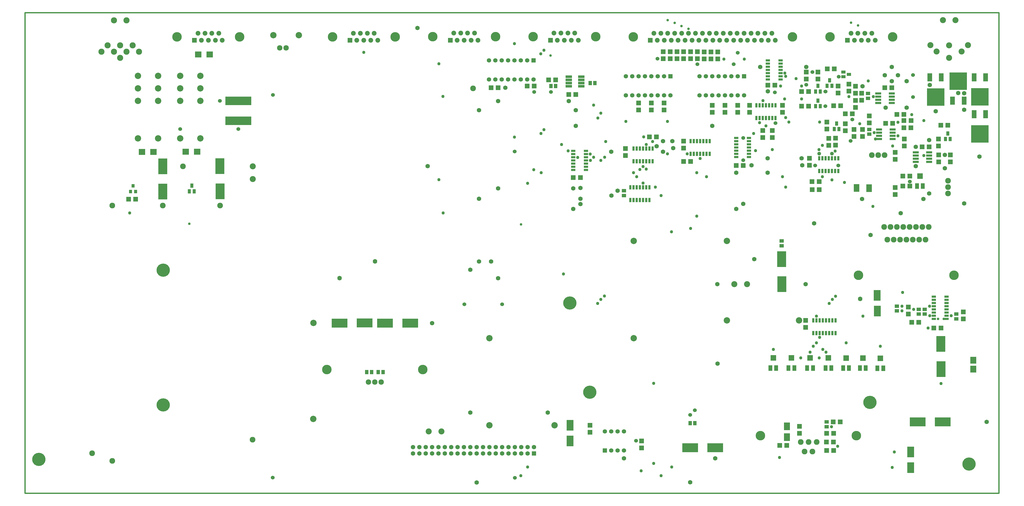
<source format=gbr>
* 
%FSLAX23Y23*%
%MOIN*%
%AD*%
%ADD10C, 0.002*%
%ADD11C, 0.005*%
%ADD12C, 0.008*%
%ADD13C, 0.010*%
%ADD14C, 0.015*%
%ADD15C, 0.020*%
%ADD16C, 0.025*%
%ADD17C, 0.025*%
%ADD18C, 0.029*%
%ADD19C, 0.030*%
%ADD70R, 0.035X0.070*%
%ADD71C, 0.035*%
%ADD20C, 0.039*%
%ADD21C, 0.040*%
%ADD22C, 0.040*%
%ADD23C, 0.045*%
%ADD24R, 0.049X0.065*%
%ADD25R, 0.050X0.058*%
%ADD26C, 0.050*%
%ADD27C, 0.050*%
%ADD28R, 0.052X0.065*%
%ADD29R, 0.052X0.065*%
%ADD72C, 0.055*%
%ADD73C, 0.058*%
%ADD30C, 0.060*%
%ADD31C, 0.060*%
%ADD32R, 0.061X0.089*%
%ADD33R, 0.061X0.089*%
%ADD34R, 0.065X0.052*%
%ADD35C, 0.065*%
%ADD36R, 0.065X0.065*%
%ADD37R, 0.065X0.065*%
%ADD38R, 0.065X0.049*%
%ADD39C, 0.069*%
%ADD40R, 0.070X0.070*%
%ADD41R, 0.070X0.035*%
%ADD42C, 0.070*%
%ADD43R, 0.072X0.072*%
%ADD44R, 0.072X0.072*%
%ADD45R, 0.072X0.072*%
%ADD46R, 0.073X0.128*%
%ADD47R, 0.073X0.128*%
%ADD48R, 0.073X0.128*%
%ADD49R, 0.075X0.075*%
%ADD50C, 0.075*%
%ADD52C, 0.085*%
%ADD53R, 0.088X0.120*%
%ADD54R, 0.088X0.120*%
%ADD55R, 0.089X0.089*%
%ADD56C, 0.090*%
%ADD57R, 0.095X0.110*%
%ADD58C, 0.095*%
%ADD59R, 0.095X0.120*%
%ADD60R, 0.096X0.037*%
%ADD61C, 0.096*%
%ADD62R, 0.100X0.095*%
%ADD63R, 0.100X0.095*%
%ADD64C, 0.100*%
%ADD65R, 0.100X0.095*%
%ADD66R, 0.104X0.041*%
%ADD67R, 0.105X0.170*%
%ADD68R, 0.140X0.245*%
%ADD69C, 0.150*%
%ADD74C, 0.208*%
%ADD75R, 0.245X0.140*%
%ADD76R, 0.245X0.140*%
%ADD77R, 0.274X0.274*%
%ADD78R, 0.274X0.274*%
%ADD79R, 0.274X0.274*%
%ADD80R, 0.405X0.135*%
%ADD81R, 0.405X0.135*%
G54D70*G1X12981Y09577D3*G1X13031Y09577D3*G1X13081Y09577D3*G1X13131Y09577D3*G1X13181Y09577D3*G1X13231Y09577D3*G1X13281Y09577D3*G1X13281Y09777D3*G1X13231Y09777D3*G1X13181Y09777D3*G1X13131Y09777D3*G1X13081Y09777D3*G1X13031Y09777D3*G1X12981Y09777D3*G1X14908Y06757D3*G1X14958Y06757D3*G1X15008Y06757D3*G1X15058Y06757D3*G1X15108Y06757D3*G1X15158Y06757D3*G1X15208Y06757D3*G1X15258Y06757D3*G1X15258Y06957D3*G1X15208Y06957D3*G1X15158Y06957D3*G1X15108Y06957D3*G1X15058Y06957D3*G1X15008Y06957D3*G1X14958Y06957D3*G1X14908Y06957D3*G1X14016Y10139D3*G1X14066Y10139D3*G1X14116Y10139D3*G1X14166Y10139D3*G1X14216Y10139D3*G1X14266Y10139D3*G1X14316Y10139D3*G1X14316Y10339D3*G1X14266Y10339D3*G1X14216Y10339D3*G1X14166Y10339D3*G1X14116Y10339D3*G1X14066Y10339D3*G1X14016Y10339D3*G1X12085Y09460D3*G1X12135Y09460D3*G1X12185Y09460D3*G1X12235Y09460D3*G1X12285Y09460D3*G1X12335Y09460D3*G1X12385Y09460D3*G1X12385Y09660D3*G1X12335Y09660D3*G1X12285Y09660D3*G1X12235Y09660D3*G1X12185Y09660D3*G1X12135Y09660D3*G1X12085Y09660D3*G1X15001Y09306D3*G1X15051Y09306D3*G1X15101Y09306D3*G1X15151Y09306D3*G1X15201Y09306D3*G1X15251Y09306D3*G1X15301Y09306D3*G1X15301Y09506D3*G1X15251Y09506D3*G1X15201Y09506D3*G1X15151Y09506D3*G1X15101Y09506D3*G1X15051Y09506D3*G1X15001Y09506D3*G1X12335Y09051D3*G1X12285Y09051D3*G1X12235Y09051D3*G1X12185Y09051D3*G1X12135Y09051D3*G1X12085Y09051D3*G1X12035Y09051D3*G1X12035Y08851D3*G1X12085Y08851D3*G1X12135Y08851D3*G1X12185Y08851D3*G1X12235Y08851D3*G1X12285Y08851D3*G1X12335Y08851D3*G54D21*G1X10781Y11124D3*G1X12950Y11542D3*G1X15503Y11640D3*G1X15612Y11596D3*G1X12622Y11681D3*G1X12732Y11636D3*G1X12840Y11588D3*G1X16870Y06981D3*G1X16957Y06981D3*G1X16870Y06981D3*G1X16957Y06981D3*G1X05109Y08478D3*G1X10320Y08468D3*G54D24*G1X05110Y08988D3*G1X05185Y08988D3*G1X05147Y09075D3*G1X15237Y09966D3*G1X15312Y09966D3*G1X15275Y10052D3*G1X14946Y10558D3*G1X15020Y10558D3*G1X14983Y10645D3*G1X14945Y10327D3*G1X15020Y10327D3*G1X14982Y10414D3*G1X15126Y10645D3*G1X15201Y10645D3*G1X15164Y10732D3*G1X16985Y09810D3*G1X17060Y09810D3*G1X17022Y09897D3*G54D25*G1X04224Y09073D3*G1X04184Y08983D3*G1X04264Y08983D3*G54D26*G1X15846Y08751D3*G1X16646Y09550D3*G1X16646Y10100D3*G1X13504Y11068D3*G1X13824Y11068D3*G1X10214Y11309D3*G1X15469Y10476D3*G1X15852Y10476D3*G1X14394Y10643D3*G1X14724Y10643D3*G1X14476Y10797D3*G1X15772Y10724D3*G1X14526Y10076D3*G1X15007Y10076D3*G1X14166Y10016D3*G1X14118Y10413D3*G1X14066Y10066D3*G1X14166Y10016D3*G1X14458Y10440D3*G1X14724Y10440D3*G1X14424Y09218D3*G1X15051Y09218D3*G1X14266Y09644D3*G1X14999Y09644D3*G1X14637Y10759D3*G1X14476Y10797D3*G1X14001Y09627D3*G1X15053Y09711D3*G1X13972Y09896D3*G1X10631Y09895D3*G1X10629Y11149D3*G1X15201Y09166D3*G1X09029Y09170D3*G1X09028Y10994D3*G1X07850Y11172D3*G1X15251Y09620D3*G1X10678Y09957D3*G1X10677Y11208D3*G1X12246Y09842D3*G1X10216Y09841D3*G1X12385Y09771D3*G1X11650Y09771D3*G1X12285Y09724D3*G1X10954Y09724D3*G1X12285Y09338D3*G1X16156Y09699D3*G1X12981Y08403D3*G1X12929Y09577D3*G1X12618Y09577D3*G1X12618Y10088D3*G1X11964Y10088D3*G1X13079Y08597D3*G1X13080Y09281D3*G1X12085Y09281D3*G1X12135Y09216D3*G1X13231Y09216D3*G1X11404Y09573D3*G1X11209Y09520D3*G1X11410Y09473D3*G1X11572Y09473D3*G1X11571Y10216D3*G1X11458Y10342D3*G1X14377Y04801D3*G1X15194Y05284D3*G1X16183Y04885D3*G1X15292Y04978D3*G1X16149Y04642D3*G1X16302Y07181D3*G1X16735Y07181D3*G1X16301Y07106D3*G1X16486Y07131D3*G1X14909Y06549D3*G1X15962Y06549D3*G1X14959Y06603D3*G1X15425Y06603D3*G1X15008Y06690D3*G1X16711Y06835D3*G1X15058Y06501D3*G1X14281Y06501D3*G1X15109Y06455D3*G1X14859Y06455D3*G1X14711Y06365D3*G1X15003Y06365D3*G1X14959Y07022D3*G1X15688Y07023D3*G1X15259Y07338D3*G1X11630Y07339D3*G1X11632Y09522D3*G1X11459Y09522D3*G1X15209Y07285D3*G1X11572Y07286D3*G1X11572Y09473D3*G1X11410Y09473D3*G1X11523Y07223D3*G1X15159Y07223D3*G1X11524Y10141D3*G1X12235Y09115D3*G1X10423Y09114D3*G1X10985Y07685D3*G1X16313Y07397D3*G1X11404Y09573D3*G1X13131Y09503D3*G1X11058Y09623D3*G1X12235Y09375D3*G1X12683Y08351D3*G1X12685Y04651D3*G1X10422Y04651D3*G1X12185Y09329D3*G1X10519Y09327D3*G1X12085Y09281D3*G1X10634Y09280D3*G1X15400Y09126D3*G1X12519Y08921D3*G1X12519Y04512D3*G1X10314Y04512D3*G1X16916Y05962D3*G1X12401Y05968D3*G1X12401Y04708D3*G1X04173Y08645D3*G1X09094Y08645D3*G1X09092Y10481D3*G1X14461Y10847D3*G1X15864Y09911D3*G1X15639Y10051D3*G1X15496Y09780D3*G1X15885Y09811D3*G1X16237Y10072D3*G1X16237Y09861D3*G1X16455Y10194D3*G1X14475Y10145D3*G1X14475Y09052D3*G1X12427Y09053D3*G1X16738Y07031D3*G1X17074Y07031D3*G1X12204Y04590D3*G54D28*G1X07896Y06142D3*G1X07971Y06142D3*G1X11404Y10691D3*G1X11479Y10691D3*G1X12974Y05339D3*G1X13049Y05339D3*G54D29*G1X08151Y06142D3*G1X08076Y06142D3*G1X10862Y10642D3*G1X10787Y10642D3*G54D73*G1X15001Y09580D3*G1X15201Y09580D3*G54D30*G1X13723Y11166D3*G1X13087Y10988D3*G1X13658Y10987D3*G1X12461Y11072D3*G1X15308Y10789D3*G1X14896Y10863D3*G1X15100Y10327D3*G1X15100Y10558D3*G1X14800Y10664D3*G1X15101Y10558D3*G1X14938Y09394D3*G1X15301Y09394D3*G1X13809Y09827D3*G1X13809Y09475D3*G1X12974Y05470D3*G1X13049Y05544D3*G1X16517Y09382D3*G1X16517Y09688D3*G1X16517Y09382D3*G1X16426Y09141D3*G1X10524Y10550D3*G1X10787Y10549D3*G1X14316Y10061D3*G1X14304Y10543D3*G1X06422Y10502D3*G1X06417Y04482D3*G1X10222Y04479D3*G1X05877Y09967D3*G1X10219Y09612D3*G1X09429Y07211D3*G1X10021Y07211D3*G1X16517Y09688D3*G1X16475Y10470D3*G1X16475Y10815D3*G1X16033Y10815D3*G1X15522Y10116D3*G1X15496Y09780D3*G1X05587Y10410D3*G1X05877Y09967D3*G1X04964Y09966D3*G1X12125Y05063D3*G54D32*G1X14326Y06208D3*G1X15470Y06207D3*G1X14904Y06208D3*G1X16007Y06203D3*G1X14611Y06208D3*G1X15733Y06207D3*G1X15192Y06208D3*G1X16629Y09069D3*G54D33*G1X14235Y06208D3*G1X15379Y06207D3*G1X14813Y06208D3*G1X15916Y06203D3*G1X14520Y06208D3*G1X15642Y06207D3*G1X15101Y06208D3*G1X16538Y09069D3*G54D34*G1X16660Y07056D3*G1X16660Y07131D3*G1X16565Y07056D3*G1X16565Y07131D3*G1X17155Y07055D3*G1X17155Y06981D3*G1X16221Y07181D3*G1X16221Y07106D3*G1X15788Y09886D3*G1X15788Y09960D3*G1X15770Y10526D3*G1X15770Y10451D3*G1X11935Y08921D3*G1X11935Y08996D3*G1X14413Y08205D3*G1X14413Y08130D3*G1X15117Y05359D3*G1X15117Y05284D3*G54D35*G1X12564Y10796D3*G1X12464Y10796D3*G1X12364Y10796D3*G1X12264Y10796D3*G1X12164Y10796D3*G1X12064Y10796D3*G1X11964Y10796D3*G1X11964Y10496D3*G1X12064Y10496D3*G1X12164Y10496D3*G1X12264Y10496D3*G1X12364Y10496D3*G1X12464Y10496D3*G1X12564Y10496D3*G1X12664Y10496D3*G1X11734Y04909D3*G1X11834Y04909D3*G1X11934Y04909D3*G1X11934Y05209D3*G1X11834Y05209D3*G1X11734Y05209D3*G1X11634Y05209D3*G1X10414Y11045D3*G1X10314Y11045D3*G1X10214Y11045D3*G1X10114Y11045D3*G1X10014Y11045D3*G1X09914Y11045D3*G1X09814Y11045D3*G1X09814Y10745D3*G1X09914Y10745D3*G1X10014Y10745D3*G1X10114Y10745D3*G1X10214Y10745D3*G1X10314Y10745D3*G1X10414Y10745D3*G1X10514Y10745D3*G1X13723Y10797D3*G1X13623Y10797D3*G1X13523Y10797D3*G1X13423Y10797D3*G1X13323Y10797D3*G1X13223Y10797D3*G1X13123Y10797D3*G1X13123Y10497D3*G1X13223Y10497D3*G1X13323Y10497D3*G1X13423Y10497D3*G1X13523Y10497D3*G1X13623Y10497D3*G1X13723Y10497D3*G1X13823Y10497D3*G54D36*G1X12664Y10796D3*G1X10514Y11045D3*G1X13823Y10797D3*G54D37*G1X11634Y04909D3*G54D38*G1X15382Y10864D3*G1X15382Y10789D3*G1X15469Y10826D3*G54D39*G1X12564Y10796D3*G1X12464Y10796D3*G1X12364Y10796D3*G1X12264Y10796D3*G1X12164Y10796D3*G1X12064Y10796D3*G1X11964Y10796D3*G1X11964Y10496D3*G1X12064Y10496D3*G1X12164Y10496D3*G1X12264Y10496D3*G1X12364Y10496D3*G1X12464Y10496D3*G1X12564Y10496D3*G1X12664Y10496D3*G1X11734Y04909D3*G1X11834Y04909D3*G1X11934Y04909D3*G1X11934Y05209D3*G1X11834Y05209D3*G1X11734Y05209D3*G1X11634Y05209D3*G1X10414Y11045D3*G1X10314Y11045D3*G1X10214Y11045D3*G1X10114Y11045D3*G1X10014Y11045D3*G1X09914Y11045D3*G1X09814Y11045D3*G1X09814Y10745D3*G1X09914Y10745D3*G1X10014Y10745D3*G1X10114Y10745D3*G1X10214Y10745D3*G1X10314Y10745D3*G1X10414Y10745D3*G1X10514Y10745D3*G1X13723Y10797D3*G1X13623Y10797D3*G1X13523Y10797D3*G1X13423Y10797D3*G1X13323Y10797D3*G1X13223Y10797D3*G1X13123Y10797D3*G1X13123Y10497D3*G1X13223Y10497D3*G1X13323Y10497D3*G1X13423Y10497D3*G1X13523Y10497D3*G1X13623Y10497D3*G1X13723Y10497D3*G1X13823Y10497D3*G54D40*G1X10522Y04864D3*G54D41*G1X11340Y09323D3*G1X11340Y09373D3*G1X11340Y09423D3*G1X11340Y09473D3*G1X11340Y09523D3*G1X11340Y09573D3*G1X11340Y09623D3*G1X11140Y09623D3*G1X11140Y09573D3*G1X11140Y09523D3*G1X11140Y09473D3*G1X11140Y09423D3*G1X11140Y09373D3*G1X11140Y09323D3*G1X17003Y06981D3*G1X17003Y07031D3*G1X17003Y07081D3*G1X17003Y07131D3*G1X17003Y07181D3*G1X17003Y07231D3*G1X17003Y07281D3*G1X17003Y07331D3*G1X16803Y07331D3*G1X16803Y07281D3*G1X16803Y07231D3*G1X16803Y07181D3*G1X16803Y07131D3*G1X16803Y07081D3*G1X16803Y07031D3*G1X16803Y06981D3*G1X13900Y09527D3*G1X13900Y09577D3*G1X13900Y09627D3*G1X13900Y09677D3*G1X13900Y09727D3*G1X13900Y09777D3*G1X13900Y09827D3*G1X13700Y09827D3*G1X13700Y09777D3*G1X13700Y09727D3*G1X13700Y09677D3*G1X13700Y09627D3*G1X13700Y09577D3*G1X13700Y09527D3*G1X14394Y10747D3*G1X14394Y10797D3*G1X14394Y10847D3*G1X14394Y10897D3*G1X14394Y10947D3*G1X14394Y10997D3*G1X14394Y11047D3*G1X14194Y11047D3*G1X14194Y10997D3*G1X14194Y10947D3*G1X14194Y10897D3*G1X14194Y10847D3*G1X14194Y10797D3*G1X14194Y10747D3*G54D42*G1X10422Y04864D3*G1X10322Y04864D3*G1X10222Y04864D3*G1X10122Y04864D3*G1X10022Y04864D3*G1X09922Y04864D3*G1X09822Y04864D3*G1X09722Y04864D3*G1X09622Y04864D3*G1X09522Y04864D3*G1X09422Y04864D3*G1X09322Y04864D3*G1X09222Y04864D3*G1X09122Y04864D3*G1X09022Y04864D3*G1X08922Y04864D3*G1X08822Y04864D3*G1X08722Y04864D3*G1X08622Y04864D3*G1X08622Y04964D3*G1X08722Y04964D3*G1X08822Y04964D3*G1X08922Y04964D3*G1X09022Y04964D3*G1X09122Y04964D3*G1X09222Y04964D3*G1X09322Y04964D3*G1X09422Y04964D3*G1X09522Y04964D3*G1X09622Y04964D3*G1X09722Y04964D3*G1X09822Y04964D3*G1X09922Y04964D3*G1X10022Y04964D3*G1X10122Y04964D3*G1X10222Y04964D3*G1X10322Y04964D3*G1X10422Y04964D3*G1X10522Y04964D3*G1X17186Y10532D3*G1X16740Y10660D3*G1X17277Y10529D3*G1X16831Y10246D3*G1X15681Y10640D3*G1X16143Y10721D3*G1X16283Y08644D3*G1X14922Y08483D3*G1X16730Y09793D3*G1X16729Y08953D3*G1X11934Y04785D3*G1X13368Y04786D3*G1X09522Y05505D3*G1X07468Y07624D3*G1X09959Y07621D3*G1X09959Y10408D3*G1X11068Y10407D3*G1X08024Y07885D3*G1X09659Y07883D3*G1X09658Y10262D3*G1X11179Y10263D3*G1X11068Y10407D3*G1X11179Y10018D3*G1X13323Y10018D3*G1X14194Y10559D3*G1X07468Y07623D3*G1X09959Y07621D3*G1X09959Y09033D3*G1X11140Y09034D3*G1X08024Y07884D3*G1X09659Y07883D3*G1X09659Y08869D3*G1X11251Y08869D3*G1X11140Y09032D3*G1X11737Y08921D3*G1X11251Y09041D3*G1X11835Y08998D3*G1X12448Y09698D3*G1X12708Y09666D3*G1X12696Y09778D3*G1X12548Y09777D3*G1X12548Y09609D3*G1X11735Y09610D3*G1X11140Y08709D3*G1X13700Y08710D3*G1X11251Y08787D3*G1X13809Y08789D3*G1X13699Y09280D3*G1X14192Y09280D3*G1X14192Y09505D3*G1X14725Y09505D3*G1X13937Y09395D3*G1X14736Y09395D3*G1X14076Y10944D3*G1X16143Y10944D3*G1X14076Y10944D3*G1X14800Y10944D3*G1X16517Y09687D3*G1X16517Y09382D3*G1X16975Y09350D3*G1X16975Y09560D3*G1X17277Y10271D3*G1X17278Y08798D3*G1X16640Y08866D3*G1X15674Y08868D3*G1X17633Y05360D3*G1X12974Y04410D3*G1X09622Y04407D3*G1X10072Y10616D3*G1X09959Y07621D3*G1X07468Y07621D3*G1X09849Y07884D3*G1X08024Y07884D3*G1X08923Y06913D3*G1X16046Y10303D3*G1X16374Y10303D3*G1X16374Y10721D3*G1X16143Y10721D3*G1X16240Y10814D3*G1X16033Y10814D3*G1X16730Y09793D3*G1X16143Y10721D3*G1X15644Y07294D3*G1X15809Y08299D3*G1X13403Y07525D3*G1X13404Y06275D3*G1X13981Y07920D3*G1X09523Y07754D3*G1X09521Y05505D3*G1X08852Y09382D3*G1X09521Y05505D3*G1X10740Y05505D3*G1X14788Y07525D3*G1X15645Y07295D3*G1X08692Y11558D3*G1X17520Y09532D3*G54D43*G1X12164Y10377D3*G1X12164Y10267D3*G1X12365Y10377D3*G1X12365Y10266D3*G1X12564Y10377D3*G1X12564Y10267D3*G1X12873Y11183D3*G1X12873Y11073D3*G1X12767Y11183D3*G1X12767Y11073D3*G1X12663Y11183D3*G1X12663Y11073D3*G1X16803Y06835D3*G1X16914Y06835D3*G1X16455Y06928D3*G1X16566Y06928D3*G1X17265Y06981D3*G1X17265Y07091D3*G1X15114Y05043D3*G1X15224Y05043D3*G1X15118Y04910D3*G1X15228Y04910D3*G1X14693Y05290D3*G1X14693Y05180D3*G1X14382Y04991D3*G1X14492Y04991D3*G1X15412Y10051D3*G1X15412Y09941D3*G1X15412Y10207D3*G1X15522Y10207D3*G1X15788Y10063D3*G1X15788Y10173D3*G1X15550Y09961D3*G1X15550Y09851D3*G1X15682Y09851D3*G1X15682Y09961D3*G1X15122Y09966D3*G1X15122Y10076D3*G1X16403Y07166D3*G1X16403Y07056D3*G1X12982Y11184D3*G1X12982Y11073D3*G1X10751Y10740D3*G1X10862Y10740D3*G1X12552Y11072D3*G1X12552Y11182D3*G1X13087Y11073D3*G1X13087Y11183D3*G1X10414Y10642D3*G1X10524Y10642D3*G1X14116Y09834D3*G1X14116Y09944D3*G1X14266Y09833D3*G1X14266Y09943D3*G1X14425Y10229D3*G1X14425Y10339D3*G1X13323Y10339D3*G1X13323Y10229D3*G1X13523Y10339D3*G1X13523Y10229D3*G1X13722Y10339D3*G1X13722Y10229D3*G1X13407Y11069D3*G1X13407Y11179D3*G1X13302Y11070D3*G1X13302Y11180D3*G1X13195Y11071D3*G1X13195Y11181D3*G1X15299Y10534D3*G1X15299Y10644D3*G1X14983Y10753D3*G1X14983Y10863D3*G1X15469Y10674D3*G1X15469Y10564D3*G1X15573Y10415D3*G1X15573Y10305D3*G1X15573Y10640D3*G1X15573Y10530D3*G1X15667Y10419D3*G1X15667Y10529D3*G1X13907Y10339D3*G1X13907Y10229D3*G1X15151Y09821D3*G1X15151Y09711D3*G1X15258Y09712D3*G1X15258Y09822D3*G1X16316Y09071D3*G1X16426Y09071D3*G1X16877Y09450D3*G1X16877Y09560D3*G1X17061Y09449D3*G1X17061Y09560D3*G1X16196Y08938D3*G1X16196Y09048D3*G1X16196Y09491D3*G1X16196Y09601D3*G1X16876Y09810D3*G1X16876Y09699D3*G1X16340Y09809D3*G1X16340Y09699D3*G1X11958Y09661D3*G1X11958Y09551D3*G1X12871Y09778D3*G1X12871Y09668D3*G1X14790Y06958D3*G1X14790Y06847D3*G1X11140Y09204D3*G1X11251Y09204D3*G1X11401Y05307D3*G1X11401Y05197D3*G1X16046Y10055D3*G1X16156Y10055D3*G1X11068Y10510D3*G1X11179Y10510D3*G1X14194Y10655D3*G1X14304Y10655D3*G1X14800Y10863D3*G1X14800Y10753D3*G1X14847Y09506D3*G1X14847Y09395D3*G1X13699Y09394D3*G1X13809Y09394D3*G1X12211Y05060D3*G1X12211Y04949D3*G54D44*G1X15228Y05180D3*G1X15118Y05180D3*G1X15333Y05360D3*G1X15223Y05360D3*G1X04264Y08864D3*G1X04154Y08864D3*G1X12981Y09455D3*G1X12871Y09455D3*G1X12446Y09842D3*G1X12335Y09842D3*G1X15238Y10913D3*G1X15128Y10913D3*G1X14835Y10558D3*G1X14724Y10558D3*G1X15339Y10334D3*G1X15228Y10334D3*G1X14835Y10327D3*G1X14724Y10327D3*G1X15001Y09014D3*G1X14891Y09014D3*G1X15001Y09140D3*G1X14890Y09140D3*G1X16425Y09226D3*G1X16315Y09226D3*G1X17022Y10027D3*G1X16911Y10027D3*G1X16443Y09986D3*G1X16333Y09986D3*G1X16444Y10100D3*G1X16333Y10100D3*G1X16333Y10198D3*G1X16223Y10198D3*G1X16730Y09688D3*G1X16620Y09688D3*G1X09959Y10616D3*G1X09849Y10616D3*G1X16143Y10618D3*G1X16033Y10618D3*G54D46*G1X17614Y10200D3*G1X17434Y10199D3*G1X16920Y10780D3*G1X16740Y10780D3*G1X17616Y10781D3*G1X17435Y10781D3*G54D48*G1X17096Y10412D3*G1X17277Y10412D3*G54D49*G1X05190Y11362D3*G1X12350Y11362D3*G1X07631Y11362D3*G1X09207Y11363D3*G1X15446Y11362D3*G1X10781Y11363D3*G54D50*G1X05626Y11362D3*G1X05517Y11362D3*G1X05408Y11362D3*G1X05299Y11362D3*G1X05572Y11474D3*G1X05463Y11474D3*G1X05354Y11474D3*G1X05245Y11474D3*G1X14312Y11362D3*G1X14203Y11362D3*G1X14094Y11362D3*G1X13985Y11362D3*G1X13876Y11362D3*G1X13767Y11362D3*G1X13658Y11362D3*G1X13549Y11362D3*G1X13440Y11362D3*G1X13331Y11362D3*G1X13222Y11362D3*G1X13113Y11362D3*G1X13004Y11362D3*G1X12895Y11362D3*G1X12786Y11362D3*G1X12677Y11362D3*G1X12568Y11362D3*G1X12459Y11362D3*G1X14258Y11474D3*G1X14149Y11474D3*G1X14040Y11474D3*G1X13931Y11474D3*G1X13822Y11474D3*G1X13713Y11474D3*G1X13604Y11474D3*G1X13495Y11474D3*G1X13386Y11474D3*G1X13277Y11474D3*G1X13168Y11474D3*G1X13059Y11474D3*G1X12950Y11474D3*G1X12841Y11474D3*G1X12732Y11474D3*G1X12623Y11474D3*G1X12514Y11474D3*G1X12405Y11474D3*G1X08067Y11362D3*G1X07958Y11362D3*G1X07849Y11362D3*G1X07740Y11362D3*G1X08013Y11474D3*G1X07904Y11474D3*G1X07795Y11474D3*G1X07686Y11474D3*G1X09643Y11363D3*G1X09534Y11363D3*G1X09425Y11363D3*G1X09316Y11363D3*G1X09589Y11475D3*G1X09480Y11475D3*G1X09371Y11475D3*G1X09262Y11475D3*G1X15882Y11362D3*G1X15773Y11362D3*G1X15664Y11362D3*G1X15555Y11362D3*G1X15828Y11474D3*G1X15719Y11474D3*G1X15610Y11474D3*G1X15501Y11474D3*G1X11217Y11363D3*G1X11108Y11363D3*G1X10999Y11363D3*G1X10890Y11363D3*G1X11163Y11475D3*G1X11054Y11475D3*G1X10945Y11475D3*G1X10836Y11475D3*G54D52*G1X06529Y11242D3*G1X06629Y11244D3*G1X08123Y05988D3*G1X08023Y05988D3*G1X07923Y05988D3*G54D53*G1X15587Y09039D3*G1X15785Y09038D3*G54D55*G1X14281Y06365D3*G1X15425Y06364D3*G1X14859Y06365D3*G1X15962Y06360D3*G1X14566Y06365D3*G1X15688Y06364D3*G1X15146Y06365D3*G1X16584Y09226D3*G54D56*G1X14961Y05043D3*G1X14836Y05043D3*G1X14711Y05043D3*G1X14771Y04893D3*G1X14896Y04894D3*G1X16721Y08425D3*G1X16671Y08225D3*G1X16621Y08425D3*G1X16571Y08225D3*G1X16521Y08425D3*G1X16471Y08225D3*G1X16421Y08425D3*G1X16371Y08225D3*G1X16321Y08425D3*G1X16271Y08225D3*G1X16221Y08425D3*G1X16171Y08225D3*G1X16121Y08425D3*G1X16071Y08225D3*G1X16021Y08425D3*G1X17026Y08953D3*G1X17026Y09053D3*G1X17026Y09153D3*G1X15827Y09557D3*G1X15927Y09557D3*G1X16027Y09557D3*G1X09565Y10605D3*G1X06103Y05079D3*G1X05009Y09379D3*G1X03582Y04866D3*G1X03897Y04748D3*G1X04692Y08763D3*G1X05591Y08763D3*G1X03897Y08764D3*G54D57*G1X17423Y06190D3*G1X17422Y06330D3*G54D58*G1X16747Y11285D3*G1X16846Y11186D3*G1X17041Y11284D3*G1X17240Y11186D3*G1X17337Y11285D3*G1X17041Y11088D3*G1X17142Y11680D3*G1X16944Y11679D3*G1X09070Y05211D3*G1X08870Y05211D3*G1X13668Y07525D3*G1X13868Y07525D3*G1X06106Y09181D3*G1X06106Y09381D3*G54D59*G1X14496Y05121D3*G1X14496Y05290D3*G54D60*G1X16156Y09811D3*G1X16156Y09861D3*G1X16156Y09911D3*G1X16156Y09961D3*G1X15943Y09961D3*G1X15943Y09911D3*G1X15943Y09861D3*G1X15943Y09811D3*G1X15930Y10526D3*G1X15930Y10476D3*G1X15930Y10426D3*G1X15930Y10376D3*G1X16143Y10376D3*G1X16143Y10426D3*G1X16143Y10476D3*G1X16143Y10526D3*G1X16517Y09600D3*G1X16517Y09550D3*G1X16517Y09500D3*G1X16517Y09450D3*G1X16730Y09450D3*G1X16730Y09500D3*G1X16730Y09550D3*G1X16730Y09600D3*G54D61*G1X04121Y11676D3*G1X03924Y11676D3*G1X04022Y11283D3*G1X04219Y11283D3*G1X03825Y11283D3*G1X03727Y11184D3*G1X03924Y11184D3*G1X04121Y11184D3*G1X04318Y11184D3*G1X04022Y11086D3*G54D62*G1X05248Y11140D3*G1X04365Y09607D3*G1X05053Y09610D3*G54D63*G1X05428Y11140D3*G1X04544Y09607D3*G1X05233Y09610D3*G54D64*G1X06830Y11443D3*G1X06429Y11444D3*G1X04620Y09819D3*G1X04620Y10410D3*G1X04620Y10607D3*G1X04620Y10803D3*G1X04301Y10803D3*G1X04301Y10607D3*G1X04301Y10410D3*G1X04301Y09819D3*G1X05283Y09819D3*G1X05283Y10409D3*G1X05283Y10606D3*G1X05283Y10803D3*G1X04964Y10803D3*G1X04964Y10606D3*G1X04964Y10409D3*G1X04964Y09819D3*G1X10846Y05307D3*G1X09822Y05307D3*G1X07057Y06915D3*G1X07056Y05408D3*G1X13553Y06958D3*G1X14685Y06957D3*G1X13551Y08206D3*G1X12087Y08206D3*G1X12087Y06677D3*G1X09822Y06677D3*G54D66*G1X11265Y10641D3*G1X11265Y10691D3*G1X11265Y10741D3*G1X11265Y10791D3*G1X11068Y10791D3*G1X11068Y10741D3*G1X11068Y10691D3*G1X11068Y10641D3*G54D67*G1X15913Y07350D3*G1X15914Y07104D3*G1X16439Y04641D3*G1X16439Y04886D3*G1X11089Y05306D3*G1X11089Y05061D3*G54D68*G1X16913Y06585D3*G1X16914Y06190D3*G1X04691Y09379D3*G1X04692Y08984D3*G1X05590Y09383D3*G1X05591Y08988D3*G1X14414Y07525D3*G1X14413Y07920D3*G54D69*G1X05900Y11418D3*G1X04916Y11418D3*G1X14581Y11418D3*G1X12081Y11418D3*G1X08341Y11418D3*G1X07357Y11418D3*G1X09917Y11419D3*G1X08933Y11419D3*G1X16156Y11418D3*G1X15172Y11418D3*G1X11491Y11419D3*G1X10507Y11419D3*G1X07267Y06183D3*G1X08775Y06183D3*G1X14077Y05143D3*G1X15585Y05143D3*G1X15618Y07668D3*G1X17118Y07668D3*G54D74*G1X04700Y05626D3*G1X04700Y07746D3*G1X11400Y05826D3*G1X11085Y07231D3*G1X17355Y04696D3*G1X02744Y04771D3*G1X15800Y05666D3*G54D75*G1X08578Y06914D3*G1X07863Y06915D3*G1X13368Y04953D3*G1X16942Y05360D3*G54D76*G1X08183Y06913D3*G1X07468Y06914D3*G1X12974Y04952D3*G1X16548Y05360D3*G54D77*G1X17525Y09890D3*G1X16831Y10471D3*G1X17526Y10472D3*G54D78*G1X17186Y10721D3*G54D80*G1X05877Y10410D3*G54D81*G1X05877Y10095D3*G54D15*G1X02528Y11796D2*G1X17825Y11795D1*G1X17825Y04236D1*G1X02529Y04236D1*G1X02528Y11796D1*G1X02528Y11796D2*M2*
</source>
